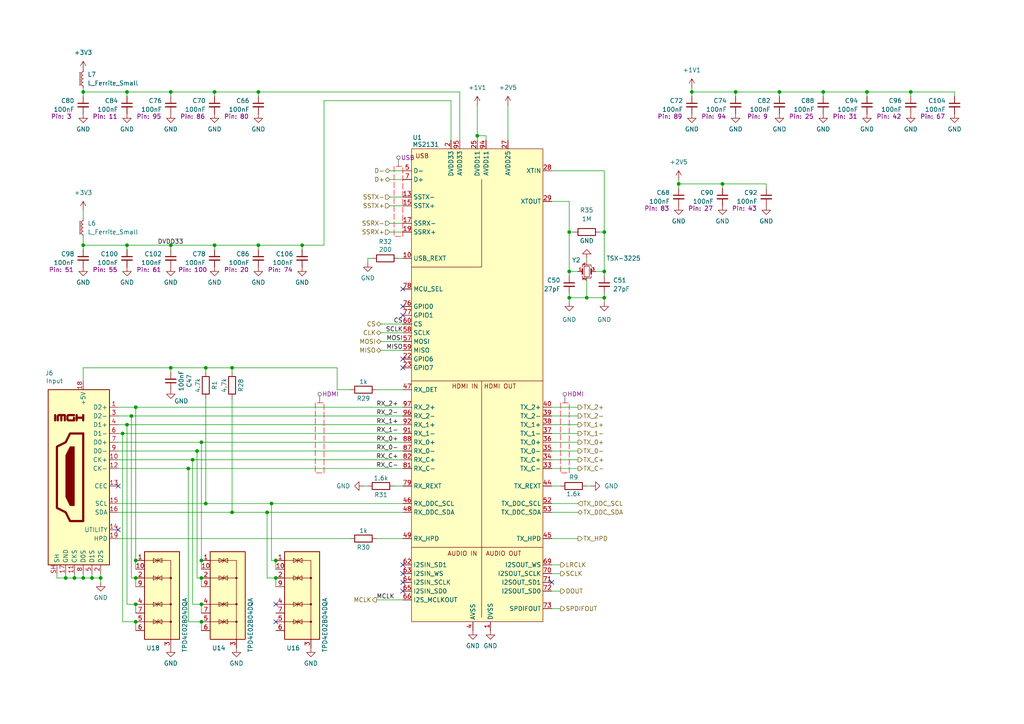
<source format=kicad_sch>
(kicad_sch (version 20250114) (generator "eeschema") (generator_version "9.0")
  (paper "A4")
  (lib_symbols
    (symbol "Connector:HDMI_A"
      (property "Reference" "J" (at -6.35 26.67 0))
      (property "Value" "HDMI_A" (at 10.16 26.67 0))
      (symbol "HDMI_A_1_1"
        (pin passive line (at -10.16 20.32 0) (length 2.54) (name "D2+") (number "1"))
        (pin passive line (at -10.16 17.78 0) (length 2.54) (name "D2-") (number "3"))
        (pin passive line (at -10.16 15.24 0) (length 2.54) (name "D1+") (number "4"))
        (pin passive line (at -10.16 12.7 0) (length 2.54) (name "D1-") (number "6"))
        (pin passive line (at -10.16 10.16 0) (length 2.54) (name "D0+") (number "7"))
        (pin passive line (at -10.16 7.62 0) (length 2.54) (name "D0-") (number "9"))
        (pin passive line (at -10.16 5.08 0) (length 2.54) (name "CK+") (number "10"))
        (pin passive line (at -10.16 2.54 0) (length 2.54) (name "CK-") (number "12"))
        (pin bidirectional line (at -10.16 -2.54 0) (length 2.54) (name "CEC") (number "13"))
        (pin passive line (at -10.16 -7.62 0) (length 2.54) (name "SCL") (number "15"))
        (pin bidirectional line (at -10.16 -10.16 0) (length 2.54) (name "SDA") (number "16"))
        (pin passive line (at -10.16 -15.24 0) (length 2.54) (name "UTILITY") (number "14"))
        (pin passive line (at -10.16 -17.78 0) (length 2.54) (name "HPD") (number "19"))
        (pin power_in line (at -5.08 -27.94 90) (length 2.54) (name "D2S") (number "2"))
        (pin power_in line (at -2.54 -27.94 90) (length 2.54) (name "D1S") (number "5"))
        (pin power_in line (at 0 27.94 270) (length 2.54) (name "+5V") (number "18"))
        (pin power_in line (at 0 -27.94 90) (length 2.54) (name "D0S") (number "8"))
        (pin power_in line (at 2.54 -27.94 90) (length 2.54) (name "CKS") (number "11"))
        (pin power_in line (at 5.08 -27.94 90) (length 2.54) (name "GND") (number "17"))
        (pin passive line (at 7.62 -27.94 90) (length 2.54) (name "SH") (number "SH"))
      )
    )
    (symbol "Device:C_Small" (pin_numbers (hide yes)) (pin_names (offset 0.254) (hide yes))
      (property "Reference" "C" (at 0.254 1.778 0))
      (property "Value" "C_Small" (at 0.254 -2.032 0))
      (symbol "C_Small_1_1"
        (pin passive line (at 0 2.54 270) (length 2.032) (name "~") (number "1"))
        (pin passive line (at 0 -2.54 90) (length 2.032) (name "~") (number "2"))
      )
    )
    (symbol "Device:Crystal_GND24_Small" (pin_names (offset 1.016) (hide yes))
      (property "Reference" "Y" (at 1.27 4.445 0))
      (property "Value" "Crystal_GND24_Small" (at 1.27 2.54 0))
      (symbol "Crystal_GND24_Small_1_1"
        (pin passive line (at -2.54 0 0) (length 1.27) (name "1") (number "1"))
        (pin passive line (at 0 2.54 270) (length 0.635) (name "4") (number "4"))
        (pin passive line (at 0 -2.54 90) (length 0.635) (name "2") (number "2"))
        (pin passive line (at 2.54 0 180) (length 1.27) (name "3") (number "3"))
      )
    )
    (symbol "Device:L_Ferrite_Small" (pin_numbers (hide yes)) (pin_names (offset 0.254) (hide yes))
      (property "Reference" "L" (at 1.27 1.016 0))
      (property "Value" "L_Ferrite_Small" (at 1.27 -1.27 0))
      (symbol "L_Ferrite_Small_1_1"
        (pin passive line (at 0 2.54 270) (length 0.508) (name "~") (number "1"))
        (pin passive line (at 0 -2.54 90) (length 0.508) (name "~") (number "2"))
      )
    )
    (symbol "Device:R" (pin_numbers (hide yes)) (pin_names (offset 0))
      (property "Reference" "R" (at 2.032 0 90))
      (property "Value" "R" (at 0 0 90))
      (symbol "R_1_1"
        (pin passive line (at 0 3.81 270) (length 1.27) (name "~") (number "1"))
        (pin passive line (at 0 -3.81 90) (length 1.27) (name "~") (number "2"))
      )
    )
    (symbol "HDMI-parts:MS2131"
      (property "Reference" "U" (at 1.016 8.89 0))
      (symbol "MS2131_1_1"
        (text "USB" (at 3.048 -3.302 0) (effects (font (size 1.27 1.27))))
        (text "AUDIO IN" (at 14.732 -118.618 0) (effects (font (size 1.27 1.27))))
        (text "HDMI IN" (at 15.494 -70.104 0) (effects (font (size 1.27 1.27))))
        (text "HDMI OUT" (at 25.654 -70.104 0) (effects (font (size 1.27 1.27))))
        (text "AUDIO OUT" (at 26.67 -118.618 0) (effects (font (size 1.27 1.27))))
        (pin bidirectional line (at -2.54 -7.62 0) (length 2.54) (name "D-") (number "5"))
        (pin power_in line (at -2.54 -10.16 0) (length 2.54) (name "D+") (number "7"))
        (pin power_in line (at -2.54 -15.24 0) (length 2.54) (name "SSTX-") (number "13"))
        (pin power_in line (at -2.54 -17.78 0) (length 2.54) (name "SSTX+") (number "15"))
        (pin power_in line (at -2.54 -22.86 0) (length 2.54) (name "SSRX-") (number "17"))
        (pin power_in line (at -2.54 -25.4 0) (length 2.54) (name "SSRX+") (number "19"))
        (pin power_in line (at -2.54 -33.02 0) (length 2.54) (name "USB_REXT") (number "10"))
        (pin power_in line (at -2.54 -41.91 0) (length 2.54) (name "MCU_SEL") (number "78"))
        (pin power_in line (at -2.54 -46.99 0) (length 2.54) (name "GPIO0") (number "76"))
        (pin power_in line (at -2.54 -49.53 0) (length 2.54) (name "GPIO1") (number "77"))
        (pin bidirectional line (at -2.54 -52.07 0) (length 2.54) (name "GPIO2") (number "60") (alternate "CS" bidirectional line))
        (pin bidirectional line (at -2.54 -54.61 0) (length 2.54) (name "GPIO3") (number "58") (alternate "SCLK" bidirectional line))
        (pin bidirectional line (at -2.54 -57.15 0) (length 2.54) (name "GPIO4") (number "57") (alternate "MOSI" bidirectional line))
        (pin bidirectional line (at -2.54 -59.69 0) (length 2.54) (name "GPIO5") (number "59") (alternate "MISO" bidirectional line))
        (pin power_in line (at -2.54 -62.23 0) (length 2.54) (name "GPIO6") (number "22"))
        (pin power_in line (at -2.54 -64.77 0) (length 2.54) (name "GPIO7") (number "23"))
        (pin bidirectional line (at -2.54 -71.12 0) (length 2.54) (name "RX_DET") (number "47"))
        (pin power_in line (at -2.54 -76.2 0) (length 2.54) (name "RX_2+") (number "97"))
        (pin power_in line (at -2.54 -78.74 0) (length 2.54) (name "RX_2-") (number "96"))
        (pin power_in line (at -2.54 -81.28 0) (length 2.54) (name "RX_1+") (number "92"))
        (pin power_in line (at -2.54 -83.82 0) (length 2.54) (name "RX_1-") (number "91"))
        (pin power_in line (at -2.54 -86.36 0) (length 2.54) (name "RX_0+") (number "88"))
        (pin power_in line (at -2.54 -88.9 0) (length 2.54) (name "RX_0-") (number "87"))
        (pin power_in line (at -2.54 -91.44 0) (length 2.54) (name "RX_C+") (number "82"))
        (pin power_in line (at -2.54 -93.98 0) (length 2.54) (name "RX_C-") (number "81"))
        (pin power_in line (at -2.54 -99.06 0) (length 2.54) (name "RX_REXT") (number "79"))
        (pin bidirectional line (at -2.54 -104.14 0) (length 2.54) (name "RX_DDC_SCL") (number "46"))
        (pin bidirectional line (at -2.54 -106.68 0) (length 2.54) (name "RX_DDC_SDA") (number "48"))
        (pin bidirectional line (at -2.54 -114.3 0) (length 2.54) (name "RX_HPD") (number "49"))
        (pin power_in line (at -2.54 -121.92 0) (length 2.54) (name "I2SIN_SD1") (number "62"))
        (pin power_in line (at -2.54 -124.46 0) (length 2.54) (name "I2SIN_WS") (number "63"))
        (pin power_in line (at -2.54 -127 0) (length 2.54) (name "I2SIN_SCLK") (number "64"))
        (pin power_in line (at -2.54 -129.54 0) (length 2.54) (name "I2SIN_SD0") (number "65"))
        (pin power_in line (at -2.54 -132.08 0) (length 2.54) (name "I2S_MCLKOUT") (number "66"))
        (pin power_in line (at 11.43 1.27 270) (length 2.54) (hide yes) (name "DVDD33") (number "100"))
        (pin power_in line (at 11.43 1.27 270) (length 2.54) (name "DVDD33") (number "2"))
        (pin power_in line (at 11.43 1.27 270) (length 2.54) (hide yes) (name "DVDD33") (number "20"))
        (pin power_in line (at 11.43 1.27 270) (length 2.54) (hide yes) (name "DVDD33") (number "51"))
        (pin power_in line (at 11.43 1.27 270) (length 2.54) (hide yes) (name "DVDD33") (number "55"))
        (pin power_in line (at 11.43 1.27 270) (length 2.54) (hide yes) (name "DVDD33") (number "61"))
        (pin power_in line (at 11.43 1.27 270) (length 2.54) (hide yes) (name "DVDD33") (number "74"))
        (pin power_in line (at 13.97 1.27 270) (length 2.54) (hide yes) (name "AVDD33_USB3") (number "11"))
        (pin power_in line (at 13.97 1.27 270) (length 2.54) (hide yes) (name "AVDD33_USB1") (number "3"))
        (pin power_in line (at 13.97 1.27 270) (length 2.54) (hide yes) (name "AVDD33_USB2") (number "8"))
        (pin power_in line (at 13.97 1.27 270) (length 2.54) (hide yes) (name "AVDD33") (number "80"))
        (pin power_in line (at 13.97 1.27 270) (length 2.54) (hide yes) (name "AVDD33") (number "86"))
        (pin power_in line (at 13.97 1.27 270) (length 2.54) (hide yes) (name "AVDD33") (number "90"))
        (pin power_in line (at 13.97 1.27 270) (length 2.54) (name "AVDD33") (number "95"))
        (pin power_in line (at 17.78 -140.97 90) (length 2.54) (hide yes) (name "AVSS") (number "12"))
        (pin power_in line (at 17.78 -140.97 90) (length 2.54) (hide yes) (name "AVSS") (number "16"))
        (pin power_in line (at 17.78 -140.97 90) (length 2.54) (hide yes) (name "AVSS") (number "26"))
        (pin power_in line (at 17.78 -140.97 90) (length 2.54) (hide yes) (name "AVSS") (number "32"))
        (pin power_in line (at 17.78 -140.97 90) (length 2.54) (name "AVSS") (number "4"))
        (pin power_in line (at 17.78 -140.97 90) (length 2.54) (hide yes) (name "AVSS") (number "41"))
        (pin power_in line (at 17.78 -140.97 90) (length 2.54) (hide yes) (name "AVSS") (number "6"))
        (pin power_in line (at 17.78 -140.97 90) (length 2.54) (hide yes) (name "AVSS") (number "84"))
        (pin power_in line (at 17.78 -140.97 90) (length 2.54) (hide yes) (name "AVSS") (number "93"))
        (pin power_in line (at 17.78 -140.97 90) (length 2.54) (hide yes) (name "AVSS") (number "98"))
        (pin power_in line (at 19.05 1.27 270) (length 2.54) (name "DVDD11") (number "25"))
        (pin power_in line (at 19.05 1.27 270) (length 2.54) (hide yes) (name "DVDD11") (number "67"))
        (pin power_in line (at 21.59 1.27 270) (length 2.54) (hide yes) (name "AVDD11_USB2") (number "14"))
        (pin power_in line (at 21.59 1.27 270) (length 2.54) (hide yes) (name "AVDD11_USB3") (number "18"))
        (pin power_in line (at 21.59 1.27 270) (length 2.54) (hide yes) (name "AVDD11") (number "31"))
        (pin power_in line (at 21.59 1.27 270) (length 2.54) (hide yes) (name "AVDD11") (number "42"))
        (pin power_in line (at 21.59 1.27 270) (length 2.54) (hide yes) (name "AVDD11") (number "85"))
        (pin power_in line (at 21.59 1.27 270) (length 2.54) (hide yes) (name "AVDD11") (number "89"))
        (pin power_in line (at 21.59 1.27 270) (length 2.54) (hide yes) (name "AVDD11_USB1") (number "9"))
        (pin power_in line (at 21.59 1.27 270) (length 2.54) (name "AVDD11") (number "94"))
        (pin power_in line (at 22.86 -140.97 90) (length 2.54) (name "DVSS") (number "1"))
        (pin power_in line (at 22.86 -140.97 90) (length 2.54) (hide yes) (name "DVSS") (number "21"))
        (pin power_in line (at 22.86 -140.97 90) (length 2.54) (hide yes) (name "DVSS") (number "24"))
        (pin power_in line (at 22.86 -140.97 90) (length 2.54) (hide yes) (name "DVSS") (number "50"))
        (pin power_in line (at 22.86 -140.97 90) (length 2.54) (hide yes) (name "DVSS") (number "54"))
        (pin power_in line (at 22.86 -140.97 90) (length 2.54) (hide yes) (name "DVSS") (number "56"))
        (pin power_in line (at 22.86 -140.97 90) (length 2.54) (hide yes) (name "DVSS") (number "68"))
        (pin power_in line (at 22.86 -140.97 90) (length 2.54) (hide yes) (name "DVSS") (number "75"))
        (pin power_in line (at 22.86 -140.97 90) (length 2.54) (hide yes) (name "DVSS") (number "99"))
        (pin power_in line (at 27.94 1.27 270) (length 2.54) (name "AVDD25") (number "27"))
        (pin power_in line (at 27.94 1.27 270) (length 2.54) (hide yes) (name "AVDD25") (number "30"))
        (pin power_in line (at 27.94 1.27 270) (length 2.54) (hide yes) (name "AVDD25") (number "43"))
        (pin power_in line (at 27.94 1.27 270) (length 2.54) (hide yes) (name "AVDD25") (number "83"))
        (pin power_in line (at 40.64 -7.62 180) (length 2.54) (name "XTIN") (number "28"))
        (pin power_in line (at 40.64 -16.51 180) (length 2.54) (name "XTOUT") (number "29"))
        (pin output line (at 40.64 -76.2 180) (length 2.54) (name "TX_2+") (number "40"))
        (pin output line (at 40.64 -78.74 180) (length 2.54) (name "TX_2-") (number "39"))
        (pin output line (at 40.64 -81.28 180) (length 2.54) (name "TX_1+") (number "38"))
        (pin output line (at 40.64 -83.82 180) (length 2.54) (name "TX_1-") (number "37"))
        (pin output line (at 40.64 -86.36 180) (length 2.54) (name "TX_0+") (number "36"))
        (pin output line (at 40.64 -88.9 180) (length 2.54) (name "TX_0-") (number "35"))
        (pin output line (at 40.64 -91.44 180) (length 2.54) (name "TX_C+") (number "34"))
        (pin output line (at 40.64 -93.98 180) (length 2.54) (name "TX_C-") (number "33"))
        (pin power_in line (at 40.64 -99.06 180) (length 2.54) (name "TX_REXT") (number "44"))
        (pin power_in line (at 40.64 -104.14 180) (length 2.54) (name "TX_DDC_SCL") (number "52"))
        (pin power_in line (at 40.64 -106.68 180) (length 2.54) (name "TX_DDC_SDA") (number "53"))
        (pin power_in line (at 40.64 -114.3 180) (length 2.54) (name "TX_HPD") (number "45"))
        (pin power_in line (at 40.64 -121.92 180) (length 2.54) (name "I2SOUT_WS") (number "69"))
        (pin power_in line (at 40.64 -124.46 180) (length 2.54) (name "I2SOUT_SCLK") (number "70"))
        (pin power_in line (at 40.64 -127 180) (length 2.54) (name "I2SOUT_SD1") (number "71"))
        (pin power_in line (at 40.64 -129.54 180) (length 2.54) (name "I2SOUT_SD0") (number "72"))
        (pin power_in line (at 40.64 -134.62 180) (length 2.54) (name "SPDIFOUT") (number "73"))
      )
    )
    (symbol "Power_Protection:TPD4E02B04DQA" (pin_names (hide yes))
      (property "Reference" "U" (at 2.54 -11.43 0))
      (property "Value" "TPD4E02B04DQA" (at 7.62 1.905 0))
      (symbol "TPD4E02B04DQA_0_0"
        (pin passive line (at 2.54 -15.24 90) (length 2.54) (name "G") (number "3"))
      )
      (symbol "TPD4E02B04DQA_1_1"
        (pin passive line (at -7.62 10.16 0) (length 2.54) (name "IO1") (number "1"))
        (pin free line (at -7.62 7.62 0) (length 2.54) (name "NC") (number "10"))
        (pin passive line (at -7.62 5.08 0) (length 2.54) (name "IO2") (number "2"))
        (pin free line (at -7.62 2.54 0) (length 2.54) (name "NC") (number "9"))
        (pin passive line (at -7.62 -2.54 0) (length 2.54) (name "IO3") (number "4"))
        (pin free line (at -7.62 -5.08 0) (length 2.54) (name "NC") (number "7"))
        (pin passive line (at -7.62 -7.62 0) (length 2.54) (name "IO4") (number "5"))
        (pin free line (at -7.62 -10.16 0) (length 2.54) (name "NC") (number "6"))
        (pin passive line (at 2.54 -15.24 90) (length 2.54) (hide yes) (name "G") (number "8"))
      )
    )
    (symbol "power:+1V1" (power) (pin_numbers (hide yes)) (pin_names (offset 0) (hide yes))
      (property "Value" "+1V1" (at 0 3.556 0))
      (symbol "+1V1_1_1"
        (pin power_in line (at 0 0 90) (length 0) (name "~") (number "1"))
      )
    )
    (symbol "power:+2V5" (power) (pin_numbers (hide yes)) (pin_names (offset 0) (hide yes))
      (property "Value" "+2V5" (at 0 3.556 0))
      (symbol "+2V5_1_1"
        (pin power_in line (at 0 0 90) (length 0) (name "~") (number "1"))
      )
    )
    (symbol "power:+3V3" (power) (pin_numbers (hide yes)) (pin_names (offset 0) (hide yes))
      (property "Value" "+3V3" (at 0 3.556 0))
      (symbol "+3V3_1_1"
        (pin power_in line (at 0 0 90) (length 0) (name "~") (number "1"))
      )
    )
    (symbol "power:GND" (power) (pin_names (offset 0))
      (property "Value" "GND" (at 0 -3.81 0))
      (symbol "GND_1_1"
        (pin power_in line (at 0 0 270) (length 0) (hide yes) (name "GND") (number "1"))
      )
    )
  )
  (junction (at 26.67 167.64))
  (junction (at 170.18 86.36))
  (junction (at 54.61 135.89))
  (junction (at 39.37 180.34))
  (junction (at 62.23 26.67))
  (junction (at 238.76 26.67))
  (junction (at 80.01 167.64))
  (junction (at 62.23 71.12))
  (junction (at 196.85 53.34))
  (junction (at 165.1 67.31))
  (junction (at 29.21 167.64))
  (junction (at 58.42 128.27))
  (junction (at 59.69 146.05))
  (junction (at 58.42 175.26))
  (junction (at 80.01 162.56))
  (junction (at 36.83 123.19))
  (junction (at 87.63 71.12))
  (junction (at 55.88 133.35))
  (junction (at 24.13 26.67))
  (junction (at 58.42 162.56))
  (junction (at 49.53 106.68))
  (junction (at 67.31 148.59))
  (junction (at 251.46 26.67))
  (junction (at 175.26 78.74))
  (junction (at 74.93 71.12))
  (junction (at 226.06 26.67))
  (junction (at 165.1 78.74))
  (junction (at 74.93 26.67))
  (junction (at 264.16 26.67))
  (junction (at 165.1 86.36))
  (junction (at 24.13 71.12))
  (junction (at 24.13 167.64))
  (junction (at 175.26 86.36))
  (junction (at 39.37 162.56))
  (junction (at 78.74 146.05))
  (junction (at 57.15 130.81))
  (junction (at 21.59 167.64))
  (junction (at 59.69 106.68))
  (junction (at 67.31 106.68))
  (junction (at 58.42 167.64))
  (junction (at 19.05 167.64))
  (junction (at 200.66 26.67))
  (junction (at 36.83 71.12))
  (junction (at 35.56 125.73))
  (junction (at 77.47 148.59))
  (junction (at 49.53 26.67))
  (junction (at 209.55 53.34))
  (junction (at 213.36 26.67))
  (junction (at 36.83 26.67))
  (junction (at 38.1 120.65))
  (junction (at 175.26 67.31))
  (junction (at 39.37 167.64))
  (junction (at 49.53 71.12))
  (junction (at 58.42 180.34))
  (junction (at 138.43 39.37))
  (junction (at 39.37 175.26))
  (junction (at 39.37 118.11))
  (no_connect (at 116.84 88.9))
  (no_connect (at 34.29 153.67))
  (no_connect (at 116.84 163.83))
  (no_connect (at 116.84 168.91))
  (no_connect (at 116.84 104.14))
  (no_connect (at 116.84 91.44))
  (no_connect (at 116.84 166.37))
  (no_connect (at 160.02 168.91))
  (no_connect (at 34.29 140.97))
  (no_connect (at 80.01 175.26))
  (no_connect (at 116.84 83.82))
  (no_connect (at 116.84 106.68))
  (no_connect (at 80.01 180.34))
  (no_connect (at 116.84 171.45))
  (wire (pts (xy 58.42 167.64) (xy 58.42 170.18)))
  (wire (pts (xy 26.67 166.37) (xy 26.67 167.64)))
  (wire (pts (xy 39.37 167.64) (xy 38.1 167.64)))
  (wire (pts (xy 138.43 39.37) (xy 138.43 40.64)))
  (wire (pts (xy 39.37 118.11) (xy 39.37 162.56)))
  (wire (pts (xy 113.03 67.31) (xy 116.84 67.31)))
  (wire (pts (xy 165.1 58.42) (xy 165.1 67.31)))
  (wire (pts (xy 24.13 166.37) (xy 24.13 167.64)))
  (wire (pts (xy 34.29 133.35) (xy 55.88 133.35)))
  (wire (pts (xy 62.23 27.94) (xy 62.23 26.67)))
  (wire (pts (xy 24.13 26.67) (xy 36.83 26.67)))
  (wire (pts (xy 116.84 99.06) (xy 110.49 99.06)))
  (wire (pts (xy 62.23 26.67) (xy 74.93 26.67)))
  (wire (pts (xy 39.37 118.11) (xy 116.84 118.11)))
  (wire (pts (xy 167.64 148.59) (xy 160.02 148.59)))
  (wire (pts (xy 54.61 180.34) (xy 54.61 135.89)))
  (wire (pts (xy 165.1 78.74) (xy 167.64 78.74)))
  (wire (pts (xy 87.63 71.12) (xy 87.63 72.39)))
  (wire (pts (xy 162.56 176.53) (xy 160.02 176.53)))
  (wire (pts (xy 196.85 52.07) (xy 196.85 53.34)))
  (wire (pts (xy 167.64 123.19) (xy 160.02 123.19)))
  (wire (pts (xy 140.97 39.37) (xy 140.97 40.64)))
  (wire (pts (xy 34.29 156.21) (xy 101.6 156.21)))
  (wire (pts (xy 77.47 148.59) (xy 116.84 148.59)))
  (wire (pts (xy 39.37 175.26) (xy 39.37 177.8)))
  (wire (pts (xy 19.05 167.64) (xy 21.59 167.64)))
  (wire (pts (xy 167.64 130.81) (xy 160.02 130.81)))
  (wire (pts (xy 213.36 26.67) (xy 226.06 26.67)))
  (wire (pts (xy 39.37 175.26) (xy 36.83 175.26)))
  (wire (pts (xy 49.53 26.67) (xy 62.23 26.67)))
  (wire (pts (xy 24.13 71.12) (xy 36.83 71.12)))
  (wire (pts (xy 167.64 120.65) (xy 160.02 120.65)))
  (wire (pts (xy 16.51 166.37) (xy 16.51 167.64)))
  (wire (pts (xy 213.36 27.94) (xy 213.36 26.67)))
  (wire (pts (xy 116.84 93.98) (xy 110.49 93.98)))
  (wire (pts (xy 251.46 27.94) (xy 251.46 26.67)))
  (wire (pts (xy 74.93 71.12) (xy 74.93 72.39)))
  (wire (pts (xy 24.13 72.39) (xy 24.13 71.12)))
  (wire (pts (xy 116.84 101.6) (xy 110.49 101.6)))
  (wire (pts (xy 165.1 67.31) (xy 165.1 78.74)))
  (wire (pts (xy 74.93 26.67) (xy 133.35 26.67)))
  (wire (pts (xy 24.13 26.67) (xy 24.13 27.94)))
  (wire (pts (xy 80.01 167.64) (xy 77.47 167.64)))
  (wire (pts (xy 226.06 26.67) (xy 238.76 26.67)))
  (wire (pts (xy 162.56 140.97) (xy 160.02 140.97)))
  (wire (pts (xy 170.18 86.36) (xy 165.1 86.36)))
  (wire (pts (xy 115.57 74.93) (xy 116.84 74.93)))
  (wire (pts (xy 49.53 106.68) (xy 49.53 107.95)))
  (wire (pts (xy 172.72 78.74) (xy 175.26 78.74)))
  (wire (pts (xy 34.29 135.89) (xy 54.61 135.89)))
  (wire (pts (xy 58.42 128.27) (xy 58.42 162.56)))
  (wire (pts (xy 175.26 49.53) (xy 175.26 67.31)))
  (wire (pts (xy 165.1 80.01) (xy 165.1 78.74)))
  (wire (pts (xy 74.93 71.12) (xy 62.23 71.12)))
  (wire (pts (xy 160.02 166.37) (xy 162.56 166.37)))
  (wire (pts (xy 80.01 162.56) (xy 80.01 165.1)))
  (wire (pts (xy 49.53 72.39) (xy 49.53 71.12)))
  (wire (pts (xy 36.83 71.12) (xy 49.53 71.12)))
  (wire (pts (xy 16.51 167.64) (xy 19.05 167.64)))
  (wire (pts (xy 36.83 26.67) (xy 36.83 27.94)))
  (wire (pts (xy 49.53 71.12) (xy 62.23 71.12)))
  (wire (pts (xy 173.99 67.31) (xy 175.26 67.31)))
  (wire (pts (xy 113.03 52.07) (xy 116.84 52.07)))
  (wire (pts (xy 167.64 125.73) (xy 160.02 125.73)))
  (wire (pts (xy 130.81 29.21) (xy 130.81 40.64)))
  (wire (pts (xy 34.29 120.65) (xy 38.1 120.65)))
  (wire (pts (xy 54.61 135.89) (xy 116.84 135.89)))
  (wire (pts (xy 34.29 130.81) (xy 57.15 130.81)))
  (wire (pts (xy 67.31 106.68) (xy 67.31 107.95)))
  (wire (pts (xy 160.02 58.42) (xy 165.1 58.42)))
  (wire (pts (xy 34.29 118.11) (xy 39.37 118.11)))
  (wire (pts (xy 34.29 146.05) (xy 59.69 146.05)))
  (wire (pts (xy 39.37 162.56) (xy 39.37 165.1)))
  (wire (pts (xy 93.98 29.21) (xy 93.98 71.12)))
  (wire (pts (xy 67.31 115.57) (xy 67.31 148.59)))
  (wire (pts (xy 165.1 87.63) (xy 165.1 86.36)))
  (wire (pts (xy 39.37 167.64) (xy 39.37 170.18)))
  (wire (pts (xy 74.93 27.94) (xy 74.93 26.67)))
  (wire (pts (xy 200.66 26.67) (xy 200.66 27.94)))
  (wire (pts (xy 209.55 54.61) (xy 209.55 53.34)))
  (wire (pts (xy 24.13 60.96) (xy 24.13 63.5)))
  (wire (pts (xy 57.15 130.81) (xy 116.84 130.81)))
  (wire (pts (xy 109.22 173.99) (xy 116.84 173.99)))
  (wire (pts (xy 36.83 72.39) (xy 36.83 71.12)))
  (wire (pts (xy 21.59 166.37) (xy 21.59 167.64)))
  (wire (pts (xy 160.02 49.53) (xy 175.26 49.53)))
  (wire (pts (xy 200.66 26.67) (xy 213.36 26.67)))
  (wire (pts (xy 226.06 27.94) (xy 226.06 26.67)))
  (wire (pts (xy 34.29 148.59) (xy 67.31 148.59)))
  (wire (pts (xy 209.55 53.34) (xy 222.25 53.34)))
  (wire (pts (xy 78.74 162.56) (xy 78.74 146.05)))
  (wire (pts (xy 116.84 96.52) (xy 110.49 96.52)))
  (wire (pts (xy 264.16 27.94) (xy 264.16 26.67)))
  (wire (pts (xy 170.18 81.28) (xy 170.18 86.36)))
  (wire (pts (xy 58.42 175.26) (xy 55.88 175.26)))
  (wire (pts (xy 175.26 87.63) (xy 175.26 86.36)))
  (wire (pts (xy 222.25 54.61) (xy 222.25 53.34)))
  (wire (pts (xy 67.31 148.59) (xy 77.47 148.59)))
  (wire (pts (xy 34.29 123.19) (xy 36.83 123.19)))
  (wire (pts (xy 165.1 86.36) (xy 165.1 85.09)))
  (wire (pts (xy 113.03 64.77) (xy 116.84 64.77)))
  (wire (pts (xy 80.01 162.56) (xy 78.74 162.56)))
  (wire (pts (xy 138.43 30.48) (xy 138.43 39.37)))
  (wire (pts (xy 276.86 27.94) (xy 276.86 26.67)))
  (wire (pts (xy 59.69 106.68) (xy 67.31 106.68)))
  (wire (pts (xy 34.29 128.27) (xy 58.42 128.27)))
  (wire (pts (xy 97.79 113.03) (xy 101.6 113.03)))
  (wire (pts (xy 238.76 27.94) (xy 238.76 26.67)))
  (wire (pts (xy 26.67 167.64) (xy 29.21 167.64)))
  (wire (pts (xy 36.83 175.26) (xy 36.83 123.19)))
  (wire (pts (xy 93.98 29.21) (xy 130.81 29.21)))
  (wire (pts (xy 160.02 171.45) (xy 162.56 171.45)))
  (wire (pts (xy 58.42 180.34) (xy 54.61 180.34)))
  (wire (pts (xy 170.18 86.36) (xy 175.26 86.36)))
  (wire (pts (xy 34.29 125.73) (xy 35.56 125.73)))
  (wire (pts (xy 58.42 175.26) (xy 58.42 177.8)))
  (wire (pts (xy 78.74 146.05) (xy 116.84 146.05)))
  (wire (pts (xy 55.88 133.35) (xy 116.84 133.35)))
  (wire (pts (xy 167.64 118.11) (xy 160.02 118.11)))
  (wire (pts (xy 21.59 167.64) (xy 24.13 167.64)))
  (wire (pts (xy 62.23 72.39) (xy 62.23 71.12)))
  (wire (pts (xy 29.21 166.37) (xy 29.21 167.64)))
  (wire (pts (xy 58.42 162.56) (xy 58.42 165.1)))
  (wire (pts (xy 160.02 163.83) (xy 162.56 163.83)))
  (wire (pts (xy 97.79 106.68) (xy 97.79 113.03)))
  (wire (pts (xy 24.13 25.4) (xy 24.13 26.67)))
  (wire (pts (xy 35.56 125.73) (xy 116.84 125.73)))
  (wire (pts (xy 93.98 71.12) (xy 87.63 71.12)))
  (wire (pts (xy 175.26 78.74) (xy 175.26 80.01)))
  (wire (pts (xy 80.01 167.64) (xy 80.01 170.18)))
  (wire (pts (xy 77.47 167.64) (xy 77.47 148.59)))
  (wire (pts (xy 39.37 180.34) (xy 35.56 180.34)))
  (wire (pts (xy 59.69 146.05) (xy 78.74 146.05)))
  (wire (pts (xy 58.42 128.27) (xy 116.84 128.27)))
  (wire (pts (xy 147.32 30.48) (xy 147.32 40.64)))
  (wire (pts (xy 24.13 106.68) (xy 24.13 110.49)))
  (wire (pts (xy 19.05 166.37) (xy 19.05 167.64)))
  (wire (pts (xy 251.46 26.67) (xy 264.16 26.67)))
  (wire (pts (xy 24.13 167.64) (xy 26.67 167.64)))
  (wire (pts (xy 165.1 67.31) (xy 166.37 67.31)))
  (wire (pts (xy 138.43 39.37) (xy 140.97 39.37)))
  (wire (pts (xy 196.85 53.34) (xy 196.85 54.61)))
  (wire (pts (xy 113.03 59.69) (xy 116.84 59.69)))
  (wire (pts (xy 114.3 140.97) (xy 116.84 140.97)))
  (wire (pts (xy 133.35 40.64) (xy 133.35 26.67)))
  (wire (pts (xy 175.26 67.31) (xy 175.26 78.74)))
  (wire (pts (xy 200.66 25.4) (xy 200.66 26.67)))
  (wire (pts (xy 109.22 156.21) (xy 116.84 156.21)))
  (wire (pts (xy 49.53 26.67) (xy 36.83 26.67)))
  (wire (pts (xy 105.41 140.97) (xy 106.68 140.97)))
  (wire (pts (xy 49.53 26.67) (xy 49.53 27.94)))
  (wire (pts (xy 109.22 113.03) (xy 116.84 113.03)))
  (wire (pts (xy 238.76 26.67) (xy 251.46 26.67)))
  (wire (pts (xy 160.02 156.21) (xy 167.64 156.21)))
  (wire (pts (xy 106.68 74.93) (xy 106.68 76.2)))
  (wire (pts (xy 35.56 180.34) (xy 35.56 125.73)))
  (wire (pts (xy 55.88 175.26) (xy 55.88 133.35)))
  (wire (pts (xy 58.42 167.64) (xy 57.15 167.64)))
  (wire (pts (xy 49.53 106.68) (xy 59.69 106.68)))
  (wire (pts (xy 106.68 74.93) (xy 107.95 74.93)))
  (wire (pts (xy 170.18 74.93) (xy 170.18 76.2)))
  (wire (pts (xy 167.64 146.05) (xy 160.02 146.05)))
  (wire (pts (xy 59.69 115.57) (xy 59.69 146.05)))
  (wire (pts (xy 167.64 133.35) (xy 160.02 133.35)))
  (wire (pts (xy 175.26 86.36) (xy 175.26 85.09)))
  (wire (pts (xy 24.13 68.58) (xy 24.13 71.12)))
  (wire (pts (xy 39.37 180.34) (xy 39.37 182.88)))
  (wire (pts (xy 167.64 128.27) (xy 160.02 128.27)))
  (wire (pts (xy 167.64 135.89) (xy 160.02 135.89)))
  (wire (pts (xy 113.03 49.53) (xy 116.84 49.53)))
  (wire (pts (xy 264.16 26.67) (xy 276.86 26.67)))
  (wire (pts (xy 87.63 71.12) (xy 74.93 71.12)))
  (wire (pts (xy 29.21 167.64) (xy 29.21 168.91)))
  (wire (pts (xy 59.69 106.68) (xy 59.69 107.95)))
  (wire (pts (xy 38.1 120.65) (xy 116.84 120.65)))
  (wire (pts (xy 113.03 57.15) (xy 116.84 57.15)))
  (wire (pts (xy 36.83 123.19) (xy 116.84 123.19)))
  (wire (pts (xy 171.45 140.97) (xy 170.18 140.97)))
  (wire (pts (xy 196.85 53.34) (xy 209.55 53.34)))
  (wire (pts (xy 24.13 106.68) (xy 49.53 106.68)))
  (wire (pts (xy 67.31 106.68) (xy 97.79 106.68)))
  (wire (pts (xy 38.1 167.64) (xy 38.1 120.65)))
  (wire (pts (xy 58.42 180.34) (xy 58.42 182.88)))
  (wire (pts (xy 57.15 167.64) (xy 57.15 130.81)))
  (label "RX_C-" (at 115.57 135.89 180))
  (label "RX_1+" (at 115.57 123.19 180))
  (label "DVDD33" (at 45.72 71.12 0))
  (label "CS" (at 116.84 93.98 180))
  (label "RX_0+" (at 115.57 128.27 180))
  (label "RX_2-" (at 115.57 120.65 180))
  (label "MOSI" (at 116.84 99.06 180))
  (label "MISO" (at 116.84 101.6 180))
  (label "RX_0-" (at 115.57 130.81 180))
  (label "RX_1-" (at 115.57 125.73 180))
  (label "MCLK" (at 109.22 173.99 0))
  (label "SCLK" (at 116.84 96.52 180))
  (label "RX_2+" (at 115.57 118.11 180))
  (label "RX_C+" (at 115.57 133.35 180))
  (hierarchical_label "DOUT" (shape output) (at 162.56 171.45 0))
  (hierarchical_label "MOSI" (shape bidirectional) (at 110.49 99.06 180))
  (hierarchical_label "TX_2-" (shape output) (at 167.64 120.65 0))
  (hierarchical_label "SSRX+" (shape input) (at 113.03 67.31 180))
  (hierarchical_label "TX_1+" (shape output) (at 167.64 123.19 0))
  (hierarchical_label "CS" (shape bidirectional) (at 110.49 93.98 180))
  (hierarchical_label "TX_C+" (shape output) (at 167.64 133.35 0))
  (hierarchical_label "SPDIFOUT" (shape output) (at 162.56 176.53 0))
  (hierarchical_label "TX_2+" (shape output) (at 167.64 118.11 0))
  (hierarchical_label "CLK" (shape bidirectional) (at 110.49 96.52 180))
  (hierarchical_label "SSRX-" (shape input) (at 113.03 64.77 180))
  (hierarchical_label "D+" (shape bidirectional) (at 113.03 52.07 180))
  (hierarchical_label "MISO" (shape bidirectional) (at 110.49 101.6 180))
  (hierarchical_label "SSTX-" (shape input) (at 113.03 57.15 180))
  (hierarchical_label "SSTX+" (shape input) (at 113.03 59.69 180))
  (hierarchical_label "TX_DDC_SCL" (shape input) (at 167.64 146.05 0))
  (hierarchical_label "TX_0-" (shape output) (at 167.64 130.81 0))
  (hierarchical_label "SCLK" (shape output) (at 162.56 166.37 0))
  (hierarchical_label "TX_DDC_SDA" (shape bidirectional) (at 167.64 148.59 0))
  (hierarchical_label "TX_C-" (shape output) (at 167.64 135.89 0))
  (hierarchical_label "TX_1-" (shape output) (at 167.64 125.73 0))
  (hierarchical_label "TX_HPD" (shape output) (at 167.64 156.21 0))
  (hierarchical_label "D-" (shape bidirectional) (at 113.03 49.53 180))
  (hierarchical_label "TX_0+" (shape output) (at 167.64 128.27 0))
  (hierarchical_label "LRCLK" (shape output) (at 162.56 163.83 0))
  (hierarchical_label "MCLK" (shape output) (at 109.22 173.99 180))
  (rule_area (polyline (pts (xy 116.84 68.58) (xy 116.84 48.26) (xy 114.3 48.26) (xy 114.3 68.58)) (stroke (width 0) (type dash))))
  (rule_area (polyline (pts (xy 165.1 137.16) (xy 165.1 116.84) (xy 162.56 116.84) (xy 162.56 137.16)) (stroke (width 0) (type dash))))
  (rule_area (polyline (pts (xy 93.98 137.16) (xy 93.98 116.84) (xy 91.44 116.84) (xy 91.44 137.16)) (stroke (width 0) (type dash))))
  (netclass_flag "" (length 2.54) (shape round) (at 92.71 116.84 0) (property "Netclass" "HDMI" (at 93.4085 114.3 0) (effects (justify left))))
  (netclass_flag "" (length 2.54) (shape round) (at 163.83 116.84 0) (property "Netclass" "HDMI" (at 164.5285 114.3 0) (effects (justify left))))
  (netclass_flag "" (length 2.54) (shape round) (at 115.57 48.26 0) (property "Netclass" "USB" (at 116.2685 45.72 0) (effects (justify left))))
  (symbol (lib_id "power:GND") (at 171.45 140.97 90) (unit 1)
    (property "Reference" "#PWR010" (effects (hide yes)))
    (property "Value" "GND" (at 175.26 140.9701 90) (effects (justify right)))
    (instances (project "hdmi-switch" (path "" (reference "#PWR010") (unit 1)) (path "" (reference "#PWR070") (unit 1))))
  )
  (symbol (lib_id "Device:C_Small") (at 226.06 30.48 0) (mirror y) (unit 1)
    (property "Reference" "C82" (at 223.52 29.2162 0) (effects (justify left)))
    (property "Value" "100nF" (at 223.52 31.7562 0) (effects (justify left)))
    (property "Footprint" "Capacitor_SMD:C_0402_1005Metric" (effects (hide yes)))
    (property "Description" "Unpolarized capacitor, small symbol" (effects (hide yes)))
    (property "LCSC" "C14663" (effects (hide yes)))
    (property "MPN" "885012206046" (effects (hide yes)))
    (property "Pin" "9" (at 219.71 33.782 0) (show_name yes))
    (instances (project "hdmi-switch" (path "" (reference "C82") (unit 1)) (path "" (reference "C83") (unit 1))))
  )
  (symbol (lib_id "power:GND") (at 226.06 33.02 0) (unit 1)
    (property "Reference" "#PWR0151" (effects (hide yes)))
    (property "Value" "GND" (at 226.06 37.4634 0))
    (instances (project "hdmi-switch" (path "" (reference "#PWR0151") (unit 1)) (path "" (reference "#PWR0152") (unit 1))))
  )
  (symbol (lib_id "power:GND") (at 170.18 74.93 180) (unit 1)
    (property "Reference" "#PWR085" (effects (hide yes)))
    (property "Value" "GND" (at 170.18 69.85 0))
    (property "Description" "Power symbol creates a global label with name \"GND\" , ground" (effects (hide yes)))
    (instances (project "hdmi-switch" (path "" (reference "#PWR085") (unit 1)) (path "" (reference "#PWR044") (unit 1))))
  )
  (symbol (lib_id "Device:R") (at 166.37 140.97 270) (unit 1)
    (property "Reference" "R9" (at 166.37 138.43 90))
    (property "Value" "1.6k" (at 166.37 143.256 90))
    (property "Footprint" "Resistor_SMD:R_0402_1005Metric" (effects (hide yes)))
    (property "Description" "Resistor" (effects (hide yes)))
    (instances (project "hdmi-switch" (path "" (reference "R9") (unit 1)) (path "" (reference "R21") (unit 1))))
  )
  (symbol (lib_id "power:GND") (at 49.53 33.02 0) (unit 1)
    (property "Reference" "#PWR0145" (effects (hide yes)))
    (property "Value" "GND" (at 49.53 37.4634 0))
    (instances (project "hdmi-switch" (path "" (reference "#PWR0145") (unit 1)) (path "" (reference "#PWR0146") (unit 1))))
  )
  (symbol (lib_id "power:GND") (at 106.68 76.2 0) (unit 1)
    (property "Reference" "#PWR078" (effects (hide yes)))
    (property "Value" "GND" (at 106.68 80.6434 0))
    (instances (project "hdmi-switch" (path "" (reference "#PWR078") (unit 1)) (path "" (reference "#PWR04") (unit 1))))
  )
  (symbol (lib_id "Power_Protection:TPD4E02B04DQA") (at 46.99 172.72 0) (unit 1)
    (property "Reference" "U18" (at 42.418 187.96 0) (effects (justify left)))
    (property "Value" "TPD4E02B04DQA" (at 53.594 189.23 90) (effects (justify left)))
    (property "Footprint" "Package_SON:USON-10_2.5x1.0mm_P0.5mm" (effects (hide yes)))
    (property "Datasheet" "http://www.ti.com/lit/ds/symlink/tpd4e02b04.pdf" (effects (hide yes)))
    (property "Description" "4-Channel ESD Protection Diode for USB Type-C and HDMI 2.0, USON-10" (effects (hide yes)))
    (property "LCSC" "C106794" (effects (hide yes)))
    (instances (project "hdmi-switch" (path "" (reference "U18") (unit 1)) (path "" (reference "U10") (unit 1))))
  )
  (symbol (lib_id "Device:R") (at 67.31 111.76 180) (unit 1)
    (property "Reference" "R28" (at 69.85 111.76 90))
    (property "Value" "4.7k" (at 65.024 111.76 90))
    (property "Footprint" "Resistor_SMD:R_0402_1005Metric" (effects (hide yes)))
    (property "Description" "Resistor" (effects (hide yes)))
    (instances (project "hdmi-switch" (path "" (reference "R28") (unit 1)) (path "" (reference "R4") (unit 1))))
  )
  (symbol (lib_id "Device:R") (at 170.18 67.31 90) (unit 1)
    (property "Reference" "R35" (at 170.18 60.96 90))
    (property "Value" "1M" (at 170.18 63.5 90))
    (property "Footprint" "Resistor_SMD:R_0402_1005Metric" (effects (hide yes)))
    (property "Description" "Resistor" (effects (hide yes)))
    (instances (project "hdmi-switch" (path "" (reference "R35") (unit 1)) (path "" (reference "R22") (unit 1))))
  )
  (symbol (lib_id "power:GND") (at 74.93 77.47 0) (unit 1)
    (property "Reference" "#PWR0155" (effects (hide yes)))
    (property "Value" "GND" (at 74.93 81.9134 0))
    (instances (project "hdmi-switch" (path "" (reference "#PWR0155") (unit 1)) (path "" (reference "#PWR0156") (unit 1))))
  )
  (symbol (lib_id "Power_Protection:TPD4E02B04DQA") (at 87.63 172.72 0) (unit 1)
    (property "Reference" "U16" (at 83.058 187.96 0) (effects (justify left)))
    (property "Value" "TPD4E02B04DQA" (at 94.234 189.23 90) (effects (justify left)))
    (property "Footprint" "Package_SON:USON-10_2.5x1.0mm_P0.5mm" (effects (hide yes)))
    (property "Datasheet" "http://www.ti.com/lit/ds/symlink/tpd4e02b04.pdf" (effects (hide yes)))
    (property "Description" "4-Channel ESD Protection Diode for USB Type-C and HDMI 2.0, USON-10" (effects (hide yes)))
    (property "LCSC" "C106794" (effects (hide yes)))
    (instances (project "hdmi-switch" (path "" (reference "U16") (unit 1)) (path "" (reference "U17") (unit 1))))
  )
  (symbol (lib_id "power:GND") (at 238.76 33.02 0) (unit 1)
    (property "Reference" "#PWR0157" (effects (hide yes)))
    (property "Value" "GND" (at 238.76 37.4634 0))
    (instances (project "hdmi-switch" (path "" (reference "#PWR0157") (unit 1)) (path "" (reference "#PWR0158") (unit 1))))
  )
  (symbol (lib_id "power:GND") (at 49.53 77.47 0) (unit 1)
    (property "Reference" "#PWR0171" (effects (hide yes)))
    (property "Value" "GND" (at 49.53 81.9134 0))
    (instances (project "hdmi-switch" (path "" (reference "#PWR0171") (unit 1)) (path "" (reference "#PWR0172") (unit 1))))
  )
  (symbol (lib_id "Device:C_Small") (at 251.46 30.48 0) (mirror y) (unit 1)
    (property "Reference" "C94" (at 248.92 29.2162 0) (effects (justify left)))
    (property "Value" "100nF" (at 248.92 31.7562 0) (effects (justify left)))
    (property "Footprint" "Capacitor_SMD:C_0402_1005Metric" (effects (hide yes)))
    (property "Description" "Unpolarized capacitor, small symbol" (effects (hide yes)))
    (property "LCSC" "C14663" (effects (hide yes)))
    (property "MPN" "885012206046" (effects (hide yes)))
    (property "Pin" "31" (at 245.11 33.782 0) (show_name yes))
    (instances (project "hdmi-switch" (path "" (reference "C94") (unit 1)) (path "" (reference "C95") (unit 1))))
  )
  (symbol (lib_id "Device:C_Small") (at 200.66 30.48 0) (mirror y) (unit 1)
    (property "Reference" "C72" (at 198.12 29.2162 0) (effects (justify left)))
    (property "Value" "100nF" (at 198.12 31.7562 0) (effects (justify left)))
    (property "Footprint" "Capacitor_SMD:C_0402_1005Metric" (effects (hide yes)))
    (property "Description" "Unpolarized capacitor, small symbol" (effects (hide yes)))
    (property "LCSC" "C14663" (effects (hide yes)))
    (property "MPN" "885012206046" (effects (hide yes)))
    (property "Pin" "89" (at 194.31 33.782 0) (show_name yes))
    (instances (project "hdmi-switch" (path "" (reference "C72") (unit 1)) (path "" (reference "C73") (unit 1))))
  )
  (symbol (lib_id "power:GND") (at 90.17 187.96 0) (unit 1)
    (property "Reference" "#PWR0124" (effects (hide yes)))
    (property "Value" "GND" (at 90.17 192.4034 0))
    (instances (project "hdmi-switch" (path "" (reference "#PWR0124") (unit 1)) (path "" (reference "#PWR0125") (unit 1))))
  )
  (symbol (lib_id "Device:C_Small") (at 62.23 74.93 0) (mirror y) (unit 1)
    (property "Reference" "C78" (at 59.69 73.6662 0) (effects (justify left)))
    (property "Value" "100nF" (at 59.69 76.2062 0) (effects (justify left)))
    (property "Footprint" "Capacitor_SMD:C_0402_1005Metric" (effects (hide yes)))
    (property "Description" "Unpolarized capacitor, small symbol" (effects (hide yes)))
    (property "LCSC" "C14663" (effects (hide yes)))
    (property "MPN" "885012206046" (effects (hide yes)))
    (property "Pin" "100" (at 55.88 78.232 0) (show_name yes))
    (instances (project "hdmi-switch" (path "" (reference "C78") (unit 1)) (path "" (reference "C79") (unit 1))))
  )
  (symbol (lib_id "power:+1V1") (at 138.43 30.48 0) (unit 1)
    (property "Reference" "#PWR081" (effects (hide yes)))
    (property "Value" "+1V1" (at 138.43 25.4 0))
    (property "Description" "Power symbol creates a global label with name \"+1V1\"" (effects (hide yes)))
    (instances (project "hdmi-switch" (path "" (reference "#PWR081") (unit 1)) (path "" (reference "#PWR07") (unit 1))))
  )
  (symbol (lib_id "Device:C_Small") (at 24.13 30.48 0) (mirror y) (unit 1)
    (property "Reference" "C80" (at 21.59 29.2162 0) (effects (justify left)))
    (property "Value" "100nF" (at 21.59 31.7562 0) (effects (justify left)))
    (property "Footprint" "Capacitor_SMD:C_0402_1005Metric" (effects (hide yes)))
    (property "Description" "Unpolarized capacitor, small symbol" (effects (hide yes)))
    (property "LCSC" "C14663" (effects (hide yes)))
    (property "MPN" "885012206046" (effects (hide yes)))
    (property "Pin" "3" (at 17.78 33.782 0) (show_name yes))
    (instances (project "hdmi-switch" (path "" (reference "C80") (unit 1)) (path "" (reference "C81") (unit 1))))
  )
  (symbol (lib_id "power:+2V5") (at 196.85 52.07 0) (unit 1)
    (property "Reference" "#PWR0133" (effects (hide yes)))
    (property "Value" "+2V5" (at 196.85 46.99 0))
    (property "Description" "Power symbol creates a global label with name \"+2V5\"" (effects (hide yes)))
    (instances (project "hdmi-switch" (path "" (reference "#PWR0133") (unit 1)) (path "" (reference "#PWR0135") (unit 1))))
  )
  (symbol (lib_id "Device:C_Small") (at 74.93 30.48 0) (mirror y) (unit 1)
    (property "Reference" "C66" (at 72.39 29.2162 0) (effects (justify left)))
    (property "Value" "100nF" (at 72.39 31.7562 0) (effects (justify left)))
    (property "Footprint" "Capacitor_SMD:C_0402_1005Metric" (effects (hide yes)))
    (property "Description" "Unpolarized capacitor, small symbol" (effects (hide yes)))
    (property "LCSC" "C14663" (effects (hide yes)))
    (property "MPN" "885012206046" (effects (hide yes)))
    (property "Pin" "80" (at 68.58 33.782 0) (show_name yes))
    (instances (project "hdmi-switch" (path "" (reference "C66") (unit 1)) (path "" (reference "C67") (unit 1))))
  )
  (symbol (lib_id "power:GND") (at 276.86 33.02 0) (unit 1)
    (property "Reference" "#PWR0173" (effects (hide yes)))
    (property "Value" "GND" (at 276.86 37.4634 0))
    (instances (project "hdmi-switch" (path "" (reference "#PWR0173") (unit 1)) (path "" (reference "#PWR0174") (unit 1))))
  )
  (symbol (lib_id "Device:R") (at 111.76 74.93 90) (unit 1)
    (property "Reference" "R32" (at 111.76 70.104 90))
    (property "Value" "200" (at 111.76 72.39 90))
    (property "Footprint" "Resistor_SMD:R_0402_1005Metric" (effects (hide yes)))
    (property "Description" "Resistor" (effects (hide yes)))
    (instances (project "hdmi-switch" (path "" (reference "R32") (unit 1)) (path "" (reference "R20") (unit 1))))
  )
  (symbol (lib_id "Device:C_Small") (at 222.25 57.15 0) (mirror y) (unit 1)
    (property "Reference" "C92" (at 219.71 55.8862 0) (effects (justify left)))
    (property "Value" "100nF" (at 219.71 58.4262 0) (effects (justify left)))
    (property "Footprint" "Capacitor_SMD:C_0402_1005Metric" (effects (hide yes)))
    (property "Description" "Unpolarized capacitor, small symbol" (effects (hide yes)))
    (property "LCSC" "C14663" (effects (hide yes)))
    (property "MPN" "885012206046" (effects (hide yes)))
    (property "Pin" "43" (at 215.9 60.452 0) (show_name yes))
    (instances (project "hdmi-switch" (path "" (reference "C92") (unit 1)) (path "" (reference "C93") (unit 1))))
  )
  (symbol (lib_id "Device:C_Small") (at 175.26 82.55 0) (unit 1)
    (property "Reference" "C51" (at 177.8 81.2862 0) (effects (justify left)))
    (property "Value" "27pF" (at 177.8 83.8262 0) (effects (justify left)))
    (property "Footprint" "Capacitor_SMD:C_0402_1005Metric" (effects (hide yes)))
    (property "Description" "Unpolarized capacitor, small symbol" (effects (hide yes)))
    (property "LCSC" "C107045" (effects (hide yes)))
    (instances (project "hdmi-switch" (path "" (reference "C51") (unit 1)) (path "" (reference "C28") (unit 1))))
  )
  (symbol (lib_id "Device:C_Small") (at 74.93 74.93 0) (mirror y) (unit 1)
    (property "Reference" "C86" (at 72.39 73.6662 0) (effects (justify left)))
    (property "Value" "100nF" (at 72.39 76.2062 0) (effects (justify left)))
    (property "Footprint" "Capacitor_SMD:C_0402_1005Metric" (effects (hide yes)))
    (property "Description" "Unpolarized capacitor, small symbol" (effects (hide yes)))
    (property "LCSC" "C14663" (effects (hide yes)))
    (property "MPN" "885012206046" (effects (hide yes)))
    (property "Pin" "20" (at 68.58 78.232 0) (show_name yes))
    (instances (project "hdmi-switch" (path "" (reference "C86") (unit 1)) (path "" (reference "C87") (unit 1))))
  )
  (symbol (lib_id "Device:C_Small") (at 36.83 74.93 0) (mirror y) (unit 1)
    (property "Reference" "C100" (at 34.29 73.6662 0) (effects (justify left)))
    (property "Value" "100nF" (at 34.29 76.2062 0) (effects (justify left)))
    (property "Footprint" "Capacitor_SMD:C_0402_1005Metric" (effects (hide yes)))
    (property "Description" "Unpolarized capacitor, small symbol" (effects (hide yes)))
    (property "LCSC" "C14663" (effects (hide yes)))
    (property "MPN" "885012206046" (effects (hide yes)))
    (property "Pin" "55" (at 30.48 78.232 0) (show_name yes))
    (instances (project "hdmi-switch" (path "" (reference "C100") (unit 1)) (path "" (reference "C101") (unit 1))))
  )
  (symbol (lib_id "Device:C_Small") (at 49.53 30.48 0) (mirror y) (unit 1)
    (property "Reference" "C76" (at 46.99 29.2162 0) (effects (justify left)))
    (property "Value" "100nF" (at 46.99 31.7562 0) (effects (justify left)))
    (property "Footprint" "Capacitor_SMD:C_0402_1005Metric" (effects (hide yes)))
    (property "Description" "Unpolarized capacitor, small symbol" (effects (hide yes)))
    (property "LCSC" "C14663" (effects (hide yes)))
    (property "MPN" "885012206046" (effects (hide yes)))
    (property "Pin" "95" (at 43.18 33.782 0) (show_name yes))
    (instances (project "hdmi-switch" (path "" (reference "C76") (unit 1)) (path "" (reference "C77") (unit 1))))
  )
  (symbol (lib_id "Device:C_Small") (at 196.85 57.15 0) (mirror y) (unit 1)
    (property "Reference" "C68" (at 194.31 55.8862 0) (effects (justify left)))
    (property "Value" "100nF" (at 194.31 58.4262 0) (effects (justify left)))
    (property "Footprint" "Capacitor_SMD:C_0402_1005Metric" (effects (hide yes)))
    (property "Description" "Unpolarized capacitor, small symbol" (effects (hide yes)))
    (property "LCSC" "C14663" (effects (hide yes)))
    (property "MPN" "885012206046" (effects (hide yes)))
    (property "Pin" "83" (at 190.5 60.452 0) (show_name yes))
    (instances (project "hdmi-switch" (path "" (reference "C68") (unit 1)) (path "" (reference "C69") (unit 1))))
  )
  (symbol (lib_id "power:GND") (at 209.55 59.69 0) (unit 1)
    (property "Reference" "#PWR0159" (effects (hide yes)))
    (property "Value" "GND" (at 209.55 64.1334 0))
    (instances (project "hdmi-switch" (path "" (reference "#PWR0159") (unit 1)) (path "" (reference "#PWR0160") (unit 1))))
  )
  (symbol (lib_id "Device:C_Small") (at 87.63 74.93 0) (mirror y) (unit 1)
    (property "Reference" "C106" (at 85.09 73.6662 0) (effects (justify left)))
    (property "Value" "100nF" (at 85.09 76.2062 0) (effects (justify left)))
    (property "Footprint" "Capacitor_SMD:C_0402_1005Metric" (effects (hide yes)))
    (property "Description" "Unpolarized capacitor, small symbol" (effects (hide yes)))
    (property "LCSC" "C14663" (effects (hide yes)))
    (property "MPN" "885012206046" (effects (hide yes)))
    (property "Pin" "74" (at 81.28 78.232 0) (show_name yes))
    (instances (project "hdmi-switch" (path "" (reference "C106") (unit 1)) (path "" (reference "C107") (unit 1))))
  )
  (symbol (lib_id "power:GND") (at 24.13 33.02 0) (unit 1)
    (property "Reference" "#PWR05" (effects (hide yes)))
    (property "Value" "GND" (at 24.13 37.4634 0))
    (instances (project "hdmi-switch" (path "" (reference "#PWR05") (unit 1)) (path "" (reference "#PWR079") (unit 1))))
  )
  (symbol (lib_id "power:GND") (at 36.83 33.02 0) (unit 1)
    (property "Reference" "#PWR0153" (effects (hide yes)))
    (property "Value" "GND" (at 36.83 37.4634 0))
    (instances (project "hdmi-switch" (path "" (reference "#PWR0153") (unit 1)) (path "" (reference "#PWR0154") (unit 1))))
  )
  (symbol (lib_id "power:GND") (at 74.93 33.02 0) (unit 1)
    (property "Reference" "#PWR0129" (effects (hide yes)))
    (property "Value" "GND" (at 74.93 37.4634 0))
    (instances (project "hdmi-switch" (path "" (reference "#PWR0129") (unit 1)) (path "" (reference "#PWR0130") (unit 1))))
  )
  (symbol (lib_id "Device:C_Small") (at 36.83 30.48 0) (mirror y) (unit 1)
    (property "Reference" "C84" (at 34.29 29.2162 0) (effects (justify left)))
    (property "Value" "100nF" (at 34.29 31.7562 0) (effects (justify left)))
    (property "Footprint" "Capacitor_SMD:C_0402_1005Metric" (effects (hide yes)))
    (property "Description" "Unpolarized capacitor, small symbol" (effects (hide yes)))
    (property "LCSC" "C14663" (effects (hide yes)))
    (property "MPN" "885012206046" (effects (hide yes)))
    (property "Pin" "11" (at 30.48 33.782 0) (show_name yes))
    (instances (project "hdmi-switch" (path "" (reference "C84") (unit 1)) (path "" (reference "C85") (unit 1))))
  )
  (symbol (lib_id "power:GND") (at 36.83 77.47 0) (unit 1)
    (property "Reference" "#PWR0169" (effects (hide yes)))
    (property "Value" "GND" (at 36.83 81.9134 0))
    (instances (project "hdmi-switch" (path "" (reference "#PWR0169") (unit 1)) (path "" (reference "#PWR0170") (unit 1))))
  )
  (symbol (lib_id "Device:C_Small") (at 264.16 30.48 0) (mirror y) (unit 1)
    (property "Reference" "C96" (at 261.62 29.2162 0) (effects (justify left)))
    (property "Value" "100nF" (at 261.62 31.7562 0) (effects (justify left)))
    (property "Footprint" "Capacitor_SMD:C_0402_1005Metric" (effects (hide yes)))
    (property "Description" "Unpolarized capacitor, small symbol" (effects (hide yes)))
    (property "LCSC" "C14663" (effects (hide yes)))
    (property "MPN" "885012206046" (effects (hide yes)))
    (property "Pin" "42" (at 257.81 33.782 0) (show_name yes))
    (instances (project "hdmi-switch" (path "" (reference "C96") (unit 1)) (path "" (reference "C97") (unit 1))))
  )
  (symbol (lib_id "power:GND") (at 87.63 77.47 0) (unit 1)
    (property "Reference" "#PWR0175" (effects (hide yes)))
    (property "Value" "GND" (at 87.63 81.9134 0))
    (instances (project "hdmi-switch" (path "" (reference "#PWR0175") (unit 1)) (path "" (reference "#PWR0176") (unit 1))))
  )
  (symbol (lib_id "power:GND") (at 49.53 187.96 0) (unit 1)
    (property "Reference" "#PWR0120" (effects (hide yes)))
    (property "Value" "GND" (at 49.53 192.4034 0))
    (instances (project "hdmi-switch" (path "" (reference "#PWR0120") (unit 1)) (path "" (reference "#PWR0121") (unit 1))))
  )
  (symbol (lib_id "power:GND") (at 62.23 77.47 0) (unit 1)
    (property "Reference" "#PWR0147" (effects (hide yes)))
    (property "Value" "GND" (at 62.23 81.9134 0))
    (instances (project "hdmi-switch" (path "" (reference "#PWR0147") (unit 1)) (path "" (reference "#PWR0148") (unit 1))))
  )
  (symbol (lib_id "Connector:HDMI_A") (at 24.13 138.43 0) (mirror y) (unit 1)
    (property "Reference" "J6" (at 15.494 108.204 0) (effects (justify left)))
    (property "Value" "Input" (at 18.288 110.49 0) (effects (justify left)))
    (property "Footprint" "Connector_Video:HDMI_A_Molex_208658-1001_Horizontal" (effects (hide yes)))
    (property "Datasheet" "https://en.wikipedia.org/wiki/HDMI" (effects (hide yes)))
    (instances (project "hdmi-switch" (path "" (reference "J6") (unit 1)) (path "" (reference "J4") (unit 1))))
  )
  (symbol (lib_id "Device:C_Small") (at 24.13 74.93 0) (mirror y) (unit 1)
    (property "Reference" "C98" (at 21.59 73.6662 0) (effects (justify left)))
    (property "Value" "100nF" (at 21.59 76.2062 0) (effects (justify left)))
    (property "Footprint" "Capacitor_SMD:C_0402_1005Metric" (effects (hide yes)))
    (property "Description" "Unpolarized capacitor, small symbol" (effects (hide yes)))
    (property "LCSC" "C14663" (effects (hide yes)))
    (property "MPN" "885012206046" (effects (hide yes)))
    (property "Pin" "51" (at 17.78 78.232 0) (show_name yes))
    (instances (project "hdmi-switch" (path "" (reference "C98") (unit 1)) (path "" (reference "C99") (unit 1))))
  )
  (symbol (lib_id "power:GND") (at 49.53 113.03 0) (unit 1)
    (property "Reference" "#PWR074" (effects (hide yes)))
    (property "Value" "GND" (at 52.578 116.332 0))
    (instances (project "hdmi-switch" (path "" (reference "#PWR074") (unit 1)) (path "" (reference "#PWR02") (unit 1))))
  )
  (symbol (lib_id "Device:L_Ferrite_Small") (at 24.13 22.86 180) (unit 1)
    (property "Reference" "L7" (at 25.4 21.5899 0) (effects (justify right)))
    (property "Value" "L_Ferrite_Small" (at 25.4 24.1299 0) (effects (justify right)))
    (property "Footprint" "Inductor_SMD:L_0603_1608Metric" (effects (hide yes)))
    (property "Description" "Inductor with ferrite core, small symbol" (effects (hide yes)))
    (instances (project "hdmi-switch" (path "" (reference "L7") (unit 1)) (path "" (reference "L8") (unit 1))))
  )
  (symbol (lib_id "power:GND") (at 24.13 77.47 0) (unit 1)
    (property "Reference" "#PWR0167" (effects (hide yes)))
    (property "Value" "GND" (at 24.13 81.9134 0))
    (instances (project "hdmi-switch" (path "" (reference "#PWR0167") (unit 1)) (path "" (reference "#PWR0168") (unit 1))))
  )
  (symbol (lib_id "Device:C_Small") (at 238.76 30.48 0) (mirror y) (unit 1)
    (property "Reference" "C88" (at 236.22 29.2162 0) (effects (justify left)))
    (property "Value" "100nF" (at 236.22 31.7562 0) (effects (justify left)))
    (property "Footprint" "Capacitor_SMD:C_0402_1005Metric" (effects (hide yes)))
    (property "Description" "Unpolarized capacitor, small symbol" (effects (hide yes)))
    (property "LCSC" "C14663" (effects (hide yes)))
    (property "MPN" "885012206046" (effects (hide yes)))
    (property "Pin" "25" (at 232.41 33.782 0) (show_name yes))
    (instances (project "hdmi-switch" (path "" (reference "C88") (unit 1)) (path "" (reference "C89") (unit 1))))
  )
  (symbol (lib_id "power:GND") (at 29.21 168.91 0) (unit 1)
    (property "Reference" "#PWR073" (effects (hide yes)))
    (property "Value" "GND" (at 29.21 173.3534 0))
    (instances (project "hdmi-switch" (path "" (reference "#PWR073") (unit 1)) (path "" (reference "#PWR01") (unit 1))))
  )
  (symbol (lib_id "power:GND") (at 62.23 33.02 0) (unit 1)
    (property "Reference" "#PWR0137" (effects (hide yes)))
    (property "Value" "GND" (at 62.23 37.4634 0))
    (instances (project "hdmi-switch" (path "" (reference "#PWR0137") (unit 1)) (path "" (reference "#PWR0138") (unit 1))))
  )
  (symbol (lib_id "Device:C_Small") (at 213.36 30.48 0) (mirror y) (unit 1)
    (property "Reference" "C74" (at 210.82 29.2162 0) (effects (justify left)))
    (property "Value" "100nF" (at 210.82 31.7562 0) (effects (justify left)))
    (property "Footprint" "Capacitor_SMD:C_0402_1005Metric" (effects (hide yes)))
    (property "Description" "Unpolarized capacitor, small symbol" (effects (hide yes)))
    (property "LCSC" "C14663" (effects (hide yes)))
    (property "MPN" "885012206046" (effects (hide yes)))
    (property "Pin" "94" (at 207.01 33.782 0) (show_name yes))
    (instances (project "hdmi-switch" (path "" (reference "C74") (unit 1)) (path "" (reference "C75") (unit 1))))
  )
  (symbol (lib_id "Device:R") (at 59.69 111.76 180) (unit 1)
    (property "Reference" "R1" (at 62.23 111.76 90))
    (property "Value" "4.7k" (at 57.404 111.76 90))
    (property "Footprint" "Resistor_SMD:R_0402_1005Metric" (effects (hide yes)))
    (property "Description" "Resistor" (effects (hide yes)))
    (instances (project "hdmi-switch" (path "" (reference "R1") (unit 1)) (path "" (reference "R2") (unit 1))))
  )
  (symbol (lib_id "power:GND") (at 68.58 187.96 0) (unit 1)
    (property "Reference" "#PWR0122" (effects (hide yes)))
    (property "Value" "GND" (at 68.58 192.4034 0))
    (instances (project "hdmi-switch" (path "" (reference "#PWR0122") (unit 1)) (path "" (reference "#PWR0123") (unit 1))))
  )
  (symbol (lib_id "power:GND") (at 142.24 182.88 0) (unit 1)
    (property "Reference" "#PWR082" (effects (hide yes)))
    (property "Value" "GND" (at 142.24 187.3234 0))
    (instances (project "hdmi-switch" (path "" (reference "#PWR082") (unit 1)) (path "" (reference "#PWR08") (unit 1))))
  )
  (symbol (lib_id "power:GND") (at 196.85 59.69 0) (unit 1)
    (property "Reference" "#PWR0134" (effects (hide yes)))
    (property "Value" "GND" (at 196.85 64.1334 0))
    (instances (project "hdmi-switch" (path "" (reference "#PWR0134") (unit 1)) (path "" (reference "#PWR0136") (unit 1))))
  )
  (symbol (lib_id "power:GND") (at 175.26 87.63 0) (unit 1)
    (property "Reference" "#PWR087" (effects (hide yes)))
    (property "Value" "GND" (at 175.26 92.71 0))
    (property "Description" "Power symbol creates a global label with name \"GND\" , ground" (effects (hide yes)))
    (instances (project "hdmi-switch" (path "" (reference "#PWR087") (unit 1)) (path "" (reference "#PWR071") (unit 1))))
  )
  (symbol (lib_id "power:GND") (at 251.46 33.02 0) (unit 1)
    (property "Reference" "#PWR0163" (effects (hide yes)))
    (property "Value" "GND" (at 251.46 37.4634 0))
    (instances (project "hdmi-switch" (path "" (reference "#PWR0163") (unit 1)) (path "" (reference "#PWR0164") (unit 1))))
  )
  (symbol (lib_id "Device:L_Ferrite_Small") (at 24.13 66.04 180) (unit 1)
    (property "Reference" "L6" (at 25.4 64.7699 0) (effects (justify right)))
    (property "Value" "L_Ferrite_Small" (at 25.4 67.3099 0) (effects (justify right)))
    (property "Footprint" "Inductor_SMD:L_0603_1608Metric" (effects (hide yes)))
    (property "Description" "Inductor with ferrite core, small symbol" (effects (hide yes)))
    (instances (project "hdmi-switch" (path "" (reference "L6") (unit 1)) (path "" (reference "L5") (unit 1))))
  )
  (symbol (lib_id "HDMI-parts:MS2131") (at 119.38 41.91 0) (unit 1)
    (property "Reference" "U1" (at 119.634 39.878 0) (effects (justify left)))
    (property "Value" "MS2131" (at 119.634 41.91 0) (effects (justify left)))
    (property "Footprint" "Package_QFP:LQFP-100_14x14mm_P0.5mm" (effects (hide yes)))
    (pin "57" (alternate "MOSI"))
    (pin "58" (alternate "SCLK"))
    (pin "59" (alternate "MISO"))
    (pin "60" (alternate "CS"))
    (instances (project "hdmi-switch" (path "" (reference "U1") (unit 1)) (path "" (reference "U2") (unit 1))))
  )
  (symbol (lib_id "power:+1V1") (at 200.66 25.4 0) (unit 1)
    (property "Reference" "#PWR0139" (effects (hide yes)))
    (property "Value" "+1V1" (at 200.66 20.32 0))
    (property "Description" "Power symbol creates a global label with name \"+1V1\"" (effects (hide yes)))
    (instances (project "hdmi-switch" (path "" (reference "#PWR0139") (unit 1)) (path "" (reference "#PWR0141") (unit 1))))
  )
  (symbol (lib_id "power:GND") (at 213.36 33.02 0) (unit 1)
    (property "Reference" "#PWR0143" (effects (hide yes)))
    (property "Value" "GND" (at 213.36 37.4634 0))
    (instances (project "hdmi-switch" (path "" (reference "#PWR0143") (unit 1)) (path "" (reference "#PWR0144") (unit 1))))
  )
  (symbol (lib_id "power:GND") (at 200.66 33.02 0) (unit 1)
    (property "Reference" "#PWR0140" (effects (hide yes)))
    (property "Value" "GND" (at 200.66 37.4634 0))
    (instances (project "hdmi-switch" (path "" (reference "#PWR0140") (unit 1)) (path "" (reference "#PWR0142") (unit 1))))
  )
  (symbol (lib_id "Device:C_Small") (at 209.55 57.15 0) (mirror y) (unit 1)
    (property "Reference" "C90" (at 207.01 55.8862 0) (effects (justify left)))
    (property "Value" "100nF" (at 207.01 58.4262 0) (effects (justify left)))
    (property "Footprint" "Capacitor_SMD:C_0402_1005Metric" (effects (hide yes)))
    (property "Description" "Unpolarized capacitor, small symbol" (effects (hide yes)))
    (property "LCSC" "C14663" (effects (hide yes)))
    (property "MPN" "885012206046" (effects (hide yes)))
    (property "Pin" "27" (at 203.2 60.452 0) (show_name yes))
    (instances (project "hdmi-switch" (path "" (reference "C90") (unit 1)) (path "" (reference "C91") (unit 1))))
  )
  (symbol (lib_id "power:+3V3") (at 24.13 20.32 0) (unit 1)
    (property "Reference" "#PWR0149" (effects (hide yes)))
    (property "Value" "+3V3" (at 24.13 15.24 0))
    (property "Description" "Power symbol creates a global label with name \"+3V3\"" (effects (hide yes)))
    (instances (project "hdmi-switch" (path "" (reference "#PWR0149") (unit 1)) (path "" (reference "#PWR0150") (unit 1))))
  )
  (symbol (lib_id "Device:R") (at 110.49 140.97 90) (unit 1)
    (property "Reference" "R31" (at 110.49 143.51 90))
    (property "Value" "1.6k" (at 110.49 138.684 90))
    (property "Footprint" "Resistor_SMD:R_0402_1005Metric" (effects (hide yes)))
    (property "Description" "Resistor" (effects (hide yes)))
    (instances (project "hdmi-switch" (path "" (reference "R31") (unit 1)) (path "" (reference "R19") (unit 1))))
  )
  (symbol (lib_id "Device:C_Small") (at 62.23 30.48 0) (mirror y) (unit 1)
    (property "Reference" "C70" (at 59.69 29.2162 0) (effects (justify left)))
    (property "Value" "100nF" (at 59.69 31.7562 0) (effects (justify left)))
    (property "Footprint" "Capacitor_SMD:C_0402_1005Metric" (effects (hide yes)))
    (property "Description" "Unpolarized capacitor, small symbol" (effects (hide yes)))
    (property "LCSC" "C14663" (effects (hide yes)))
    (property "MPN" "885012206046" (effects (hide yes)))
    (property "Pin" "86" (at 55.88 33.782 0) (show_name yes))
    (instances (project "hdmi-switch" (path "" (reference "C70") (unit 1)) (path "" (reference "C71") (unit 1))))
  )
  (symbol (lib_id "Device:C_Small") (at 276.86 30.48 0) (mirror y) (unit 1)
    (property "Reference" "C104" (at 274.32 29.2162 0) (effects (justify left)))
    (property "Value" "100nF" (at 274.32 31.7562 0) (effects (justify left)))
    (property "Footprint" "Capacitor_SMD:C_0402_1005Metric" (effects (hide yes)))
    (property "Description" "Unpolarized capacitor, small symbol" (effects (hide yes)))
    (property "LCSC" "C14663" (effects (hide yes)))
    (property "MPN" "885012206046" (effects (hide yes)))
    (property "Pin" "67" (at 270.51 33.782 0) (show_name yes))
    (instances (project "hdmi-switch" (path "" (reference "C104") (unit 1)) (path "" (reference "C105") (unit 1))))
  )
  (symbol (lib_id "power:GND") (at 165.1 87.63 0) (unit 1)
    (property "Reference" "#PWR084" (effects (hide yes)))
    (property "Value" "GND" (at 165.1 92.71 0))
    (property "Description" "Power symbol creates a global label with name \"GND\" , ground" (effects (hide yes)))
    (instances (project "hdmi-switch" (path "" (reference "#PWR084") (unit 1)) (path "" (reference "#PWR038") (unit 1))))
  )
  (symbol (lib_id "Device:C_Small") (at 49.53 74.93 0) (mirror y) (unit 1)
    (property "Reference" "C102" (at 46.99 73.6662 0) (effects (justify left)))
    (property "Value" "100nF" (at 46.99 76.2062 0) (effects (justify left)))
    (property "Footprint" "Capacitor_SMD:C_0402_1005Metric" (effects (hide yes)))
    (property "Description" "Unpolarized capacitor, small symbol" (effects (hide yes)))
    (property "LCSC" "C14663" (effects (hide yes)))
    (property "MPN" "885012206046" (effects (hide yes)))
    (property "Pin" "61" (at 43.18 78.232 0) (show_name yes))
    (instances (project "hdmi-switch" (path "" (reference "C102") (unit 1)) (path "" (reference "C103") (unit 1))))
  )
  (symbol (lib_id "power:GND") (at 105.41 140.97 270) (unit 1)
    (property "Reference" "#PWR077" (effects (hide yes)))
    (property "Value" "GND" (at 101.6 140.9699 90) (effects (justify right)))
    (instances (project "hdmi-switch" (path "" (reference "#PWR077") (unit 1)) (path "" (reference "#PWR03") (unit 1))))
  )
  (symbol (lib_id "Device:Crystal_GND24_Small") (at 170.18 78.74 0) (unit 1)
    (property "Reference" "Y2" (at 167.132 75.438 0))
    (property "Value" "TSX-3225" (at 180.848 74.93 0))
    (property "Footprint" "Crystal:Crystal_SMD_SeikoEpson_TSX3225-4Pin_3.2x2.5mm" (effects (hide yes)))
    (property "Description" "Four pin crystal, GND on pins 2 and 4, small symbol" (effects (hide yes)))
    (property "LCSC" "C9006" (effects (hide yes)))
    (instances (project "hdmi-switch" (path "" (reference "Y2") (unit 1)) (path "" (reference "Y1") (unit 1))))
  )
  (symbol (lib_id "power:GND") (at 264.16 33.02 0) (unit 1)
    (property "Reference" "#PWR0165" (effects (hide yes)))
    (property "Value" "GND" (at 264.16 37.4634 0))
    (instances (project "hdmi-switch" (path "" (reference "#PWR0165") (unit 1)) (path "" (reference "#PWR0166") (unit 1))))
  )
  (symbol (lib_id "power:GND") (at 137.16 182.88 0) (unit 1)
    (property "Reference" "#PWR080" (effects (hide yes)))
    (property "Value" "GND" (at 137.16 187.3234 0))
    (instances (project "hdmi-switch" (path "" (reference "#PWR080") (unit 1)) (path "" (reference "#PWR06") (unit 1))))
  )
  (symbol (lib_id "power:+3V3") (at 24.13 60.96 0) (unit 1)
    (property "Reference" "#PWR0131" (effects (hide yes)))
    (property "Value" "+3V3" (at 24.13 55.88 0))
    (property "Description" "Power symbol creates a global label with name \"+3V3\"" (effects (hide yes)))
    (instances (project "hdmi-switch" (path "" (reference "#PWR0131") (unit 1)) (path "" (reference "#PWR0132") (unit 1))))
  )
  (symbol (lib_id "power:GND") (at 222.25 59.69 0) (unit 1)
    (property "Reference" "#PWR0161" (effects (hide yes)))
    (property "Value" "GND" (at 222.25 64.1334 0))
    (instances (project "hdmi-switch" (path "" (reference "#PWR0161") (unit 1)) (path "" (reference "#PWR0162") (unit 1))))
  )
  (symbol (lib_id "power:+2V5") (at 147.32 30.48 0) (unit 1)
    (property "Reference" "#PWR083" (effects (hide yes)))
    (property "Value" "+2V5" (at 147.32 25.4 0))
    (property "Description" "Power symbol creates a global label with name \"+2V5\"" (effects (hide yes)))
    (instances (project "hdmi-switch" (path "" (reference "#PWR083") (unit 1)) (path "" (reference "#PWR09") (unit 1))))
  )
  (symbol (lib_id "Device:R") (at 105.41 156.21 90) (unit 1)
    (property "Reference" "R30" (at 105.41 158.75 90))
    (property "Value" "1k" (at 105.41 153.924 90))
    (property "Footprint" "Resistor_SMD:R_0402_1005Metric" (effects (hide yes)))
    (property "Description" "Resistor" (effects (hide yes)))
    (instances (project "hdmi-switch" (path "" (reference "R30") (unit 1)) (path "" (reference "R18") (unit 1))))
  )
  (symbol (lib_id "Power_Protection:TPD4E02B04DQA") (at 66.04 172.72 0) (unit 1)
    (property "Reference" "U14" (at 61.468 187.96 0) (effects (justify left)))
    (property "Value" "TPD4E02B04DQA" (at 72.644 189.23 90) (effects (justify left)))
    (property "Footprint" "Package_SON:USON-10_2.5x1.0mm_P0.5mm" (effects (hide yes)))
    (property "Datasheet" "http://www.ti.com/lit/ds/symlink/tpd4e02b04.pdf" (effects (hide yes)))
    (property "Description" "4-Channel ESD Protection Diode for USB Type-C and HDMI 2.0, USON-10" (effects (hide yes)))
    (property "LCSC" "C106794" (effects (hide yes)))
    (instances (project "hdmi-switch" (path "" (reference "U14") (unit 1)) (path "" (reference "U15") (unit 1))))
  )
  (symbol (lib_id "Device:C_Small") (at 49.53 110.49 180) (unit 1)
    (property "Reference" "C47" (at 54.864 110.49 90))
    (property "Value" "100nF" (at 52.578 110.49 90))
    (property "Footprint" "Capacitor_SMD:C_0402_1005Metric" (effects (hide yes)))
    (property "Description" "Unpolarized capacitor, small symbol" (effects (hide yes)))
    (property "MPN" "885012206126" (effects (hide yes)))
    (property "LCSC" "C14663" (effects (hide yes)))
    (instances (project "hdmi-switch" (path "" (reference "C47") (unit 1)) (path "" (reference "C26") (unit 1))))
  )
  (symbol (lib_id "Device:R") (at 105.41 113.03 90) (unit 1)
    (property "Reference" "R29" (at 105.41 115.57 90))
    (property "Value" "1k" (at 105.41 110.744 90))
    (property "Footprint" "Resistor_SMD:R_0402_1005Metric" (effects (hide yes)))
    (property "Description" "Resistor" (effects (hide yes)))
    (instances (project "hdmi-switch" (path "" (reference "R29") (unit 1)) (path "" (reference "R6") (unit 1))))
  )
  (symbol (lib_id "Device:C_Small") (at 165.1 82.55 0) (mirror y) (unit 1)
    (property "Reference" "C50" (at 162.56 81.2862 0) (effects (justify left)))
    (property "Value" "27pF" (at 162.56 83.8262 0) (effects (justify left)))
    (property "Footprint" "Capacitor_SMD:C_0402_1005Metric" (effects (hide yes)))
    (property "Description" "Unpolarized capacitor, small symbol" (effects (hide yes)))
    (property "LCSC" "C107045" (effects (hide yes)))
    (instances (project "hdmi-switch" (path "" (reference "C50") (unit 1)) (path "" (reference "C27") (unit 1))))
  )
)
</source>
